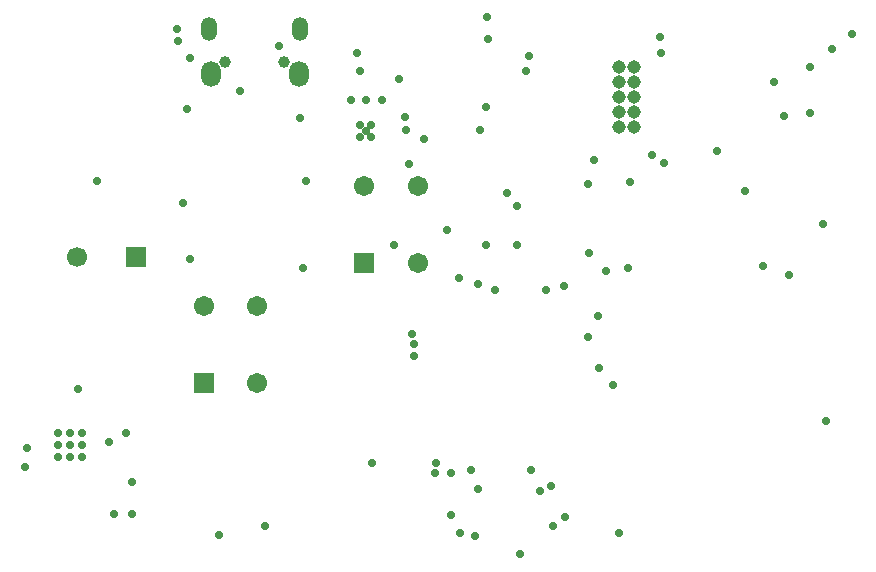
<source format=gbs>
G04*
G04 #@! TF.GenerationSoftware,Altium Limited,Altium Designer,21.1.1 (26)*
G04*
G04 Layer_Color=16711935*
%FSLAX25Y25*%
%MOIN*%
G70*
G04*
G04 #@! TF.SameCoordinates,BDA2E955-75C2-487D-9455-DF565B8534AD*
G04*
G04*
G04 #@! TF.FilePolarity,Negative*
G04*
G01*
G75*
%ADD81C,0.06693*%
%ADD82R,0.06693X0.06693*%
%ADD83O,0.06509X0.08674*%
%ADD84O,0.05328X0.07887*%
%ADD85C,0.03950*%
%ADD86C,0.04500*%
%ADD87C,0.06706*%
%ADD88R,0.06706X0.06706*%
%ADD89C,0.02769*%
D81*
X121815Y417000D02*
D03*
D82*
X141500D02*
D03*
D83*
X195665Y478083D02*
D03*
X166335D02*
D03*
D84*
X196256Y493043D02*
D03*
X165744D02*
D03*
D85*
X190843Y482217D02*
D03*
X171157D02*
D03*
D86*
X302500Y480500D02*
D03*
X307500D02*
D03*
X302500Y475500D02*
D03*
X307500D02*
D03*
X302539Y470500D02*
D03*
X307500D02*
D03*
X302500Y465500D02*
D03*
X307500D02*
D03*
X302500Y460500D02*
D03*
X307500D02*
D03*
D87*
X235358Y415205D02*
D03*
Y440795D02*
D03*
X217642D02*
D03*
X181858Y375205D02*
D03*
Y400795D02*
D03*
X164142D02*
D03*
D88*
X217642Y415205D02*
D03*
X164142Y375205D02*
D03*
D89*
X115563Y350563D02*
D03*
Y354500D02*
D03*
Y358437D02*
D03*
X119500Y350563D02*
D03*
Y354500D02*
D03*
Y358437D02*
D03*
X123437Y350563D02*
D03*
Y354500D02*
D03*
Y358437D02*
D03*
X138000Y358500D02*
D03*
X140000Y331500D02*
D03*
X134000D02*
D03*
X132484Y355484D02*
D03*
X158500Y466500D02*
D03*
X258500Y497000D02*
D03*
X268500Y434000D02*
D03*
X268461Y420961D02*
D03*
X292000Y390500D02*
D03*
X300500Y374500D02*
D03*
X380000Y491500D02*
D03*
X366000Y465000D02*
D03*
X370500Y428000D02*
D03*
X284500Y330500D02*
D03*
X357500Y464000D02*
D03*
X366000Y480500D02*
D03*
X316500Y485000D02*
D03*
X316000Y490500D02*
D03*
X354000Y475500D02*
D03*
X373500Y486500D02*
D03*
X269500Y318000D02*
D03*
X371500Y362500D02*
D03*
X249500Y325000D02*
D03*
X246500Y331000D02*
D03*
X273000Y346000D02*
D03*
X253000D02*
D03*
X280500Y327500D02*
D03*
X279719Y340781D02*
D03*
X276000Y339000D02*
D03*
X246500Y345000D02*
D03*
X302500Y325000D02*
D03*
X241000Y345000D02*
D03*
X258000Y421000D02*
D03*
X227500D02*
D03*
X241500Y348500D02*
D03*
X317500Y448500D02*
D03*
X306000Y442000D02*
D03*
X278000Y406000D02*
D03*
X249000Y410000D02*
D03*
X292000Y441500D02*
D03*
X284000Y407500D02*
D03*
X261000Y406000D02*
D03*
X255500Y408000D02*
D03*
X313500Y451000D02*
D03*
X294000Y449500D02*
D03*
X292500Y418500D02*
D03*
X245000Y426000D02*
D03*
X255500Y339870D02*
D03*
X335000Y452500D02*
D03*
X265000Y438500D02*
D03*
X155000Y493000D02*
D03*
X155500Y489000D02*
D03*
X159500Y483500D02*
D03*
X305500Y413500D02*
D03*
X298000Y412500D02*
D03*
X122000Y373000D02*
D03*
X254500Y324000D02*
D03*
X344500Y439000D02*
D03*
X350500Y414000D02*
D03*
X233500Y391500D02*
D03*
X234000Y388000D02*
D03*
X295500Y397500D02*
D03*
X234000Y384000D02*
D03*
X220000Y348500D02*
D03*
X184500Y327500D02*
D03*
X104500Y347000D02*
D03*
X169000Y324500D02*
D03*
X105000Y353500D02*
D03*
X159500Y416500D02*
D03*
X140000Y342000D02*
D03*
X295669Y380169D02*
D03*
X359000Y411000D02*
D03*
X157000Y435000D02*
D03*
X197000Y413500D02*
D03*
X198000Y442500D02*
D03*
X128500D02*
D03*
X189000Y487500D02*
D03*
X196000Y463500D02*
D03*
X231057Y463597D02*
D03*
X229000Y476500D02*
D03*
X216000Y479000D02*
D03*
X237500Y456500D02*
D03*
X218000Y469468D02*
D03*
X223500Y469500D02*
D03*
X213000D02*
D03*
X215000Y485000D02*
D03*
X258827Y489673D02*
D03*
X271500Y479000D02*
D03*
X258000Y467000D02*
D03*
X231500Y459500D02*
D03*
X256000D02*
D03*
X232500Y448000D02*
D03*
X176000Y472500D02*
D03*
X272500Y484000D02*
D03*
X218000Y459000D02*
D03*
X219969Y460969D02*
D03*
X216032D02*
D03*
Y457032D02*
D03*
X219969D02*
D03*
M02*

</source>
